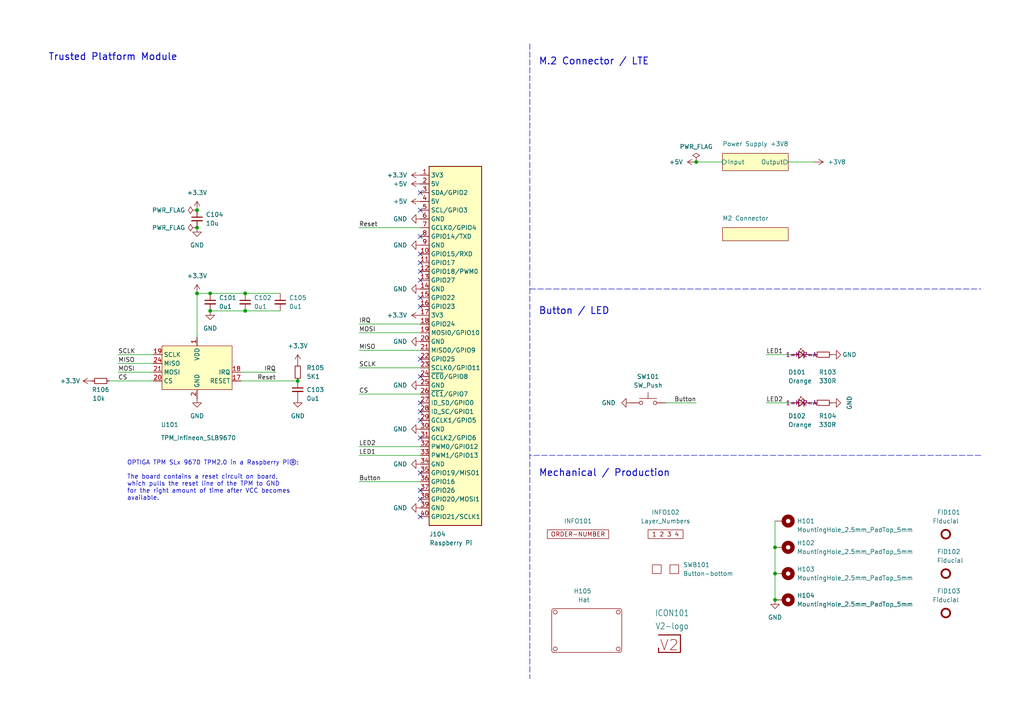
<source format=kicad_sch>
(kicad_sch (version 20250114) (generator "eeschema") (generator_version "9.0")
  (paper "A4")
  (title_block (title "Raspberry Pi 5") (date "2024-03-12") (rev "3") (company "WebThing") (comment 1 "Trusted Platform Module"))
  (lib_symbols
    (symbol "Device:C_Small" (pin_numbers (hide yes)) (pin_names (offset 0.254) (hide yes))
      (property "Reference" "C" (at 0.254 1.778 0))
      (property "Value" "C_Small" (at 0.254 -2.032 0))
      (symbol "C_Small_0_1"
        (polyline (pts (xy -1.524 0.508) (xy 1.524 0.508)) (stroke (width 0.3048)))
        (polyline (pts (xy -1.524 -0.508) (xy 1.524 -0.508)) (stroke (width 0.3302)))
      )
      (symbol "C_Small_1_1"
        (pin passive line (at 0 2.54 270) (length 2.032) (name "~") (number "1"))
        (pin passive line (at 0 -2.54 90) (length 2.032) (name "~") (number "2"))
      )
    )
    (symbol "Device:LED_Small" (pin_numbers (hide yes)) (pin_names (offset 0.254) (hide yes))
      (property "Reference" "D" (at -1.27 3.175 0))
      (property "Value" "LED_Small" (at -4.445 -2.54 0))
      (symbol "LED_Small_0_1"
        (polyline (pts (xy -0.762 -1.016) (xy -0.762 1.016)) (stroke (width 0.254)))
        (polyline (pts (xy 0 0.762) (xy -0.508 1.27) (xy -0.254 1.27) (xy -0.508 1.27) (xy -0.508 1.016)))
        (polyline (pts (xy 0.508 1.27) (xy 0 1.778) (xy 0.254 1.778) (xy 0 1.778) (xy 0 1.524)))
        (polyline (pts (xy 0.762 -1.016) (xy -0.762 0) (xy 0.762 1.016) (xy 0.762 -1.016)) (stroke (width 0.254)))
        (polyline (pts (xy 1.016 0) (xy -0.762 0)))
      )
      (symbol "LED_Small_1_1"
        (pin passive line (at -2.54 0 0) (length 1.778) (name "K") (number "1"))
        (pin passive line (at 2.54 0 180) (length 1.778) (name "A") (number "2"))
      )
    )
    (symbol "Device:R_Small" (pin_numbers (hide yes)) (pin_names (offset 0.254) (hide yes))
      (property "Reference" "R" (at 0 0 90))
      (property "Value" "R_Small" (at 1.778 0 90))
      (symbol "R_Small_0_1"
        (rectangle (start -0.762 1.778) (end 0.762 -1.778) (stroke (width 0.2032)))
      )
      (symbol "R_Small_1_1"
        (pin passive line (at 0 2.54 270) (length 0.762) (name "~") (number "1"))
        (pin passive line (at 0 -2.54 90) (length 0.762) (name "~") (number "2"))
      )
    )
    (symbol "Switch:SW_Push" (pin_numbers (hide yes)) (pin_names (offset 1.016) (hide yes))
      (property "Reference" "SW" (at 1.27 2.54 0))
      (property "Value" "SW_Push" (at 0 -1.524 0))
      (symbol "SW_Push_0_1"
        (circle (center -2.032 0) (radius 0.508))
        (polyline (pts (xy 0 1.27) (xy 0 3.048)))
        (circle (center 2.032 0) (radius 0.508))
        (polyline (pts (xy 2.54 1.27) (xy -2.54 1.27)))
        (pin passive line (at -5.08 0 0) (length 2.54) (name "1") (number "1"))
        (pin passive line (at 5.08 0 180) (length 2.54) (name "2") (number "2"))
      )
    )
    (symbol "V2_Artwork:V2-logo" (in_bom no)
      (property "Reference" "ICON" (at -3.302 3.81 0))
      (symbol "V2-logo_1_0"
        (polyline (pts (xy -3.302 2.54) (xy 3.048 2.54) (xy 3.048 -2.54) (xy -3.302 -2.54) (xy -3.302 -1.27)) (stroke (width 0.3)))
        (text "V2" (at -0.2055 -0.4053 0) (effects (font (size 3 3))))
      )
    )
    (symbol "V2_Mechanical:Fiducial_Paste" (in_bom no)
      (property "Reference" "FID" (at 0 5.08 0))
      (property "Value" "Fiducial_Paste" (at 0 3.175 0))
      (symbol "Fiducial_Paste_0_1"
        (circle (center 0 0) (radius 1.27) (stroke (width 0.508)))
      )
    )
    (symbol "V2_Mechanical:MountingHole_2.5mm_PadTop_5mm" (pin_numbers (hide yes)) (pin_names (offset 1.016) (hide yes)) (in_bom no)
      (property "Reference" "H" (at 0 6.35 0))
      (property "Value" "MountingHole_2.5mm_PadTop_5mm" (at 0 4.445 0))
      (symbol "MountingHole_2.5mm_PadTop_5mm_0_1"
        (circle (center 0 1.27) (radius 1.27) (stroke (width 1.27)))
      )
      (symbol "MountingHole_2.5mm_PadTop_5mm_1_1"
        (pin input line (at 0 -2.54 90) (length 2.54) (name "1") (number "1"))
      )
    )
    (symbol "V2_PCB_Devices:Button-bottom" (in_bom no)
      (property "Reference" "SWB1" (at -2.54 3.81 0))
      (property "Value" "Button-bottom" (at -6.35 -3.81 0))
      (symbol "Button-bottom_0_1"
        (rectangle (start -3.81 1.27) (end -1.27 -1.27))
        (rectangle (start 1.27 1.27) (end 3.81 -1.27))
      )
    )
    (symbol "V2_Production:Layer_Numbers" (in_bom no)
      (property "Reference" "INFO" (at 0 3.81 0))
      (property "Value" "Layer_Numbers" (at 0 -3.81 0))
      (symbol "Layer_Numbers_0_0"
        (text "1 2 3 4" (at 0 0 0) (effects (font (size 1.27 1.27))))
      )
      (symbol "Layer_Numbers_0_1"
        (rectangle (start -5.08 1.27) (end 5.08 -1.27))
      )
    )
    (symbol "V2_Production:Order_Number" (in_bom no)
      (property "Reference" "INFO" (at 0 2.54 0))
      (symbol "Order_Number_0_0"
        (text "ORDER-NUMBER" (at 0 0 0) (effects (font (size 1.27 1.27))))
      )
      (symbol "Order_Number_0_1"
        (rectangle (start -8.89 1.27) (end 8.89 -1.27))
      )
    )
    (symbol "V2_RaspberryPi:Connector_Hat"
      (property "Reference" "J" (at -6.35 -55.88 0))
      (symbol "Connector_Hat_1_1"
        (rectangle (start -7.62 50.8) (end 7.62 -53.34) (stroke (width 0.254)) (fill (type background)))
        (pin power_in line (at -10.16 48.26 0) (length 2.54) (name "3V3") (number "1"))
        (pin power_in line (at -10.16 45.72 0) (length 2.54) (name "5V") (number "2"))
        (pin bidirectional line (at -10.16 43.18 0) (length 2.54) (name "SDA/GPIO2") (number "3"))
        (pin power_in line (at -10.16 40.64 0) (length 2.54) (name "5V") (number "4"))
        (pin bidirectional line (at -10.16 38.1 0) (length 2.54) (name "SCL/GPIO3") (number "5"))
        (pin power_in line (at -10.16 35.56 0) (length 2.54) (name "GND") (number "6"))
        (pin bidirectional line (at -10.16 33.02 0) (length 2.54) (name "GCLK0/GPIO4") (number "7"))
        (pin bidirectional line (at -10.16 30.48 0) (length 2.54) (name "GPIO14/TXD") (number "8"))
        (pin power_in line (at -10.16 27.94 0) (length 2.54) (name "GND") (number "9"))
        (pin bidirectional line (at -10.16 25.4 0) (length 2.54) (name "GPIO15/RXD") (number "10"))
        (pin bidirectional line (at -10.16 22.86 0) (length 2.54) (name "GPIO17") (number "11"))
        (pin bidirectional line (at -10.16 20.32 0) (length 2.54) (name "GPIO18/PWM0") (number "12"))
        (pin bidirectional line (at -10.16 17.78 0) (length 2.54) (name "GPIO27") (number "13"))
        (pin power_in line (at -10.16 15.24 0) (length 2.54) (name "GND") (number "14"))
        (pin bidirectional line (at -10.16 12.7 0) (length 2.54) (name "GPIO22") (number "15"))
        (pin bidirectional line (at -10.16 10.16 0) (length 2.54) (name "GPIO23") (number "16"))
        (pin power_in line (at -10.16 7.62 0) (length 2.54) (name "3V3") (number "17"))
        (pin bidirectional line (at -10.16 5.08 0) (length 2.54) (name "GPIO24") (number "18"))
        (pin bidirectional line (at -10.16 2.54 0) (length 2.54) (name "MOSI0/GPIO10") (number "19"))
        (pin power_in line (at -10.16 0 0) (length 2.54) (name "GND") (number "20"))
        (pin bidirectional line (at -10.16 -2.54 0) (length 2.54) (name "MISO0/GPIO9") (number "21"))
        (pin bidirectional line (at -10.16 -5.08 0) (length 2.54) (name "GPIO25") (number "22"))
        (pin bidirectional line (at -10.16 -7.62 0) (length 2.54) (name "SCLK0/GPIO11") (number "23"))
        (pin bidirectional line (at -10.16 -10.16 0) (length 2.54) (name "~{CE0}/GPIO8") (number "24"))
        (pin power_in line (at -10.16 -12.7 0) (length 2.54) (name "GND") (number "25"))
        (pin bidirectional line (at -10.16 -15.24 0) (length 2.54) (name "~{CE1}/GPIO7") (number "26"))
        (pin bidirectional line (at -10.16 -17.78 0) (length 2.54) (name "ID_SD/GPIO0") (number "27"))
        (pin bidirectional line (at -10.16 -20.32 0) (length 2.54) (name "ID_SC/GPIO1") (number "28"))
        (pin bidirectional line (at -10.16 -22.86 0) (length 2.54) (name "GCLK1/GPIO5") (number "29"))
        (pin power_in line (at -10.16 -25.4 0) (length 2.54) (name "GND") (number "30"))
        (pin bidirectional line (at -10.16 -27.94 0) (length 2.54) (name "GCLK2/GPIO6") (number "31"))
        (pin bidirectional line (at -10.16 -30.48 0) (length 2.54) (name "PWM0/GPIO12") (number "32"))
        (pin bidirectional line (at -10.16 -33.02 0) (length 2.54) (name "PWM1/GPIO13") (number "33"))
        (pin power_in line (at -10.16 -35.56 0) (length 2.54) (name "GND") (number "34"))
        (pin bidirectional line (at -10.16 -38.1 0) (length 2.54) (name "GPIO19/MISO1") (number "35"))
        (pin bidirectional line (at -10.16 -40.64 0) (length 2.54) (name "GPIO16") (number "36"))
        (pin bidirectional line (at -10.16 -43.18 0) (length 2.54) (name "GPIO26") (number "37"))
        (pin bidirectional line (at -10.16 -45.72 0) (length 2.54) (name "GPIO20/MOSI1") (number "38"))
        (pin power_in line (at -10.16 -48.26 0) (length 2.54) (name "GND") (number "39"))
        (pin bidirectional line (at -10.16 -50.8 0) (length 2.54) (name "GPIO21/SCLK1") (number "40"))
      )
    )
    (symbol "V2_RaspberryPi:Hat" (in_bom no)
      (property "Reference" "H" (at -0.635 -3.81 0))
      (property "Value" "Hat" (at -1.905 -6.35 0))
      (symbol "Hat_0_1"
        (polyline (pts (xy -10.16 9.525) (xy -10.16 -1.905)))
        (polyline (pts (xy -9.525 10.16) (xy 9.525 10.16)))
        (polyline (pts (xy -9.525 -2.54) (xy 9.525 -2.54)))
        (arc (start -10.16 9.525) (mid -9.9726 9.9726) (end -9.525 10.16))
        (arc (start -9.525 -2.54) (mid -9.9726 -2.3526) (end -10.16 -1.905))
        (circle (center -9.144 9.144) (radius 0.568))
        (circle (center -9.144 -1.524) (radius 0.568))
        (circle (center 9.144 9.144) (radius 0.568))
        (circle (center 9.144 -1.524) (radius 0.568))
        (arc (start 10.16 -1.905) (mid 9.9697 -2.3497) (end 9.525 -2.54))
        (arc (start 9.525 10.16) (mid 9.9726 9.9726) (end 10.16 9.525))
        (polyline (pts (xy 10.16 9.525) (xy 10.16 -1.905)))
      )
    )
    (symbol "V2_Security:TPM_Infineon_SLB9670"
      (property "Reference" "U" (at 3.7592 -9.1948 0))
      (property "Value" "TPM_Infineon_SLB9670" (at 13.8684 -11.2268 0))
      (symbol "TPM_Infineon_SLB9670_0_1"
        (rectangle (start -10.16 5.08) (end 10.16 -7.62) (fill (type background)))
      )
      (symbol "TPM_Infineon_SLB9670_1_1"
        (pin bidirectional line (at -12.7 2.54 0) (length 2.54) (name "SCLK") (number "19"))
        (pin bidirectional line (at -12.7 0 0) (length 2.54) (name "MISO") (number "24"))
        (pin bidirectional line (at -12.7 -2.54 0) (length 2.54) (name "MOSI") (number "21"))
        (pin bidirectional line (at -12.7 -5.08 0) (length 2.54) (name "CS") (number "20"))
        (pin power_in line (at 0 7.62 270) (length 2.54) (name "VDD") (number "1"))
        (pin passive line (at 0 7.62 270) (length 2.54) (hide yes) (name "VDD") (number "14"))
        (pin passive line (at 0 7.62 270) (length 2.54) (hide yes) (name "VDD") (number "22"))
        (pin passive line (at 0 7.62 270) (length 2.54) (hide yes) (name "VDD") (number "8"))
        (pin passive line (at 0 -10.16 90) (length 2.54) (hide yes) (name "GND") (number "16"))
        (pin power_in line (at 0 -10.16 90) (length 2.54) (name "GND") (number "2"))
        (pin passive line (at 0 -10.16 90) (length 2.54) (hide yes) (name "GND") (number "23"))
        (pin passive line (at 0 -10.16 90) (length 2.54) (hide yes) (name "GND") (number "32"))
        (pin passive line (at 0 -10.16 90) (length 2.54) (hide yes) (name "GND") (number "33"))
        (pin passive line (at 0 -10.16 90) (length 2.54) (hide yes) (name "GND") (number "9"))
        (pin no_connect line (at 0 -35.56 180) (length 2.54) (hide yes) (name "") (number "3"))
        (pin no_connect line (at 0 -38.1 180) (length 2.54) (hide yes) (name "") (number "4"))
        (pin no_connect line (at 0 -40.64 180) (length 2.54) (hide yes) (name "") (number "5"))
        (pin no_connect line (at 0 -43.18 180) (length 2.54) (hide yes) (name "") (number "6"))
        (pin no_connect line (at 0 -45.72 180) (length 2.54) (hide yes) (name "") (number "7"))
        (pin no_connect line (at 0 -48.26 180) (length 2.54) (hide yes) (name "") (number "10"))
        (pin no_connect line (at 0 -50.8 180) (length 2.54) (hide yes) (name "") (number "11"))
        (pin no_connect line (at 0 -53.34 180) (length 2.54) (hide yes) (name "") (number "12"))
        (pin no_connect line (at 0 -55.88 180) (length 2.54) (hide yes) (name "") (number "13"))
        (pin no_connect line (at 0 -58.42 180) (length 2.54) (hide yes) (name "") (number "15"))
        (pin no_connect line (at 0 -60.96 180) (length 2.54) (hide yes) (name "") (number "25"))
        (pin no_connect line (at 0 -63.5 180) (length 2.54) (hide yes) (name "") (number "26"))
        (pin no_connect line (at 0 -66.04 180) (length 2.54) (hide yes) (name "") (number "27"))
        (pin no_connect line (at 0 -68.58 180) (length 2.54) (hide yes) (name "") (number "28"))
        (pin no_connect line (at 0 -71.12 180) (length 2.54) (hide yes) (name "") (number "29"))
        (pin no_connect line (at 0 -73.66 180) (length 2.54) (hide yes) (name "") (number "30"))
        (pin no_connect line (at 0 -76.2 180) (length 2.54) (hide yes) (name "") (number "31"))
        (pin bidirectional line (at 12.7 -2.54 180) (length 2.54) (name "IRQ") (number "18"))
        (pin bidirectional line (at 12.7 -5.08 180) (length 2.54) (name "RESET") (number "17"))
      )
    )
    (symbol "power:+3.3V" (power) (pin_numbers (hide yes)) (pin_names (offset 0) (hide yes))
      (property "Value" "+3.3V" (at 0 3.556 0))
      (symbol "+3.3V_0_1"
        (polyline (pts (xy -0.762 1.27) (xy 0 2.54)))
        (polyline (pts (xy 0 2.54) (xy 0.762 1.27)))
        (polyline (pts (xy 0 0) (xy 0 2.54)))
      )
      (symbol "+3.3V_1_1"
        (pin power_in line (at 0 0 90) (length 0) (name "~") (number "1"))
      )
    )
    (symbol "power:+3V8" (power) (pin_numbers (hide yes)) (pin_names (offset 0) (hide yes))
      (property "Value" "+3V8" (at 0 3.556 0))
      (symbol "+3V8_0_1"
        (polyline (pts (xy -0.762 1.27) (xy 0 2.54)))
        (polyline (pts (xy 0 2.54) (xy 0.762 1.27)))
        (polyline (pts (xy 0 0) (xy 0 2.54)))
      )
      (symbol "+3V8_1_1"
        (pin power_in line (at 0 0 90) (length 0) (name "~") (number "1"))
      )
    )
    (symbol "power:+5V" (power) (pin_numbers (hide yes)) (pin_names (offset 0) (hide yes))
      (property "Value" "+5V" (at 0 3.556 0))
      (symbol "+5V_0_1"
        (polyline (pts (xy -0.762 1.27) (xy 0 2.54)))
        (polyline (pts (xy 0 2.54) (xy 0.762 1.27)))
        (polyline (pts (xy 0 0) (xy 0 2.54)))
      )
      (symbol "+5V_1_1"
        (pin power_in line (at 0 0 90) (length 0) (name "~") (number "1"))
      )
    )
    (symbol "power:GND" (power) (pin_numbers (hide yes)) (pin_names (offset 0) (hide yes))
      (property "Value" "GND" (at 0 -3.81 0))
      (symbol "GND_0_1"
        (polyline (pts (xy 0 0) (xy 0 -1.27) (xy 1.27 -1.27) (xy 0 -2.54) (xy -1.27 -1.27) (xy 0 -1.27)))
      )
      (symbol "GND_1_1"
        (pin power_in line (at 0 0 270) (length 0) (name "~") (number "1"))
      )
    )
    (symbol "power:PWR_FLAG" (power) (pin_numbers (hide yes)) (pin_names (offset 0) (hide yes))
      (property "Value" "PWR_FLAG" (at 0 3.81 0))
      (symbol "PWR_FLAG_0_0"
        (pin power_out line (at 0 0 90) (length 0) (name "~") (number "1"))
      )
      (symbol "PWR_FLAG_0_1"
        (polyline (pts (xy 0 0) (xy 0 1.27) (xy -1.016 1.905) (xy 0 2.54) (xy 1.016 1.905) (xy 0 1.27)))
      )
    )
  )
  (text "Button / LED" (at 156.21 91.44 0) (effects (font (size 2 2) (thickness 0.254) (bold yes)) (justify left bottom)))
  (text "Trusted Platform Module" (at 13.97 17.78 0) (effects (font (size 2 2) (thickness 0.254) (bold yes)) (justify left bottom)))
  (text "Mechanical / Production" (at 156.21 138.43 0) (effects (font (size 2 2) (thickness 0.254) (bold yes)) (justify left bottom)))
  (text "OPTIGA TPM SLx 9670 TPM2.0 in a Raspberry Pi®:\n\nThe board contains a reset circuit on board,\nwhich pulls the reset line of the TPM to GND\nfor the right amount of time after VCC becomes\navailable.\n\n" (at 36.83 147.32 0) (effects (font (size 1.27 1.27)) (justify left bottom)))
  (text "M.2 Connector / LTE" (at 156.21 19.05 0) (effects (font (size 2 2) (thickness 0.254) (bold yes)) (justify left bottom)))
  (junction (at 201.93 46.99))
  (junction (at 71.12 85.09))
  (junction (at 224.79 173.99))
  (junction (at 57.15 85.09))
  (junction (at 224.79 166.37))
  (junction (at 86.36 110.49))
  (junction (at 57.15 66.04))
  (junction (at 60.96 85.09))
  (junction (at 57.15 60.96))
  (junction (at 71.12 90.17))
  (junction (at 60.96 90.17))
  (junction (at 224.79 158.75))
  (no_connect (at 121.92 127))
  (no_connect (at 121.92 86.36))
  (no_connect (at 121.92 68.58))
  (no_connect (at 121.92 119.38))
  (no_connect (at 121.92 78.74))
  (no_connect (at 121.92 60.96))
  (no_connect (at 121.92 149.86))
  (no_connect (at 121.92 116.84))
  (no_connect (at 121.92 144.78))
  (no_connect (at 121.92 109.22))
  (no_connect (at 121.92 142.24))
  (no_connect (at 121.92 88.9))
  (no_connect (at 121.92 76.2))
  (no_connect (at 121.92 55.88))
  (no_connect (at 121.92 104.14))
  (no_connect (at 121.92 81.28))
  (no_connect (at 121.92 121.92))
  (no_connect (at 121.92 137.16))
  (no_connect (at 121.92 73.66))
  (wire (pts (xy 193.04 116.84) (xy 201.93 116.84)))
  (wire (pts (xy 201.93 46.99) (xy 209.55 46.99)))
  (wire (pts (xy 69.85 110.49) (xy 86.36 110.49)))
  (wire (pts (xy 104.14 106.68) (xy 121.92 106.68)))
  (wire (pts (xy 57.15 85.09) (xy 57.15 97.79)))
  (wire (pts (xy 224.79 166.37) (xy 224.79 173.99)))
  (wire (pts (xy 104.14 96.52) (xy 121.92 96.52)))
  (wire (pts (xy 104.14 101.6) (xy 121.92 101.6)))
  (wire (pts (xy 71.12 90.17) (xy 81.28 90.17)))
  (polyline (pts (xy 284.48 132.08) (xy 153.67 132.08)) (stroke (width 0) (type dash)))
  (wire (pts (xy 121.92 66.04) (xy 104.14 66.04)))
  (polyline (pts (xy 153.67 12.7) (xy 153.67 196.85)) (stroke (width 0) (type dash)))
  (polyline (pts (xy 153.67 83.82) (xy 284.48 83.82)) (stroke (width 0) (type dash)))
  (wire (pts (xy 69.85 107.95) (xy 80.01 107.95)))
  (wire (pts (xy 104.14 132.08) (xy 121.92 132.08)))
  (wire (pts (xy 234.95 102.87) (xy 236.22 102.87)))
  (wire (pts (xy 104.14 114.3) (xy 121.92 114.3)))
  (wire (pts (xy 57.15 85.09) (xy 60.96 85.09)))
  (wire (pts (xy 222.25 116.84) (xy 229.87 116.84)))
  (wire (pts (xy 31.75 110.49) (xy 44.45 110.49)))
  (wire (pts (xy 34.29 107.95) (xy 44.45 107.95)))
  (wire (pts (xy 71.12 85.09) (xy 81.28 85.09)))
  (wire (pts (xy 60.96 90.17) (xy 71.12 90.17)))
  (wire (pts (xy 121.92 139.7) (xy 104.14 139.7)))
  (wire (pts (xy 224.79 151.13) (xy 224.79 158.75)))
  (wire (pts (xy 229.87 102.87) (xy 222.25 102.87)))
  (wire (pts (xy 228.6 46.99) (xy 236.22 46.99)))
  (wire (pts (xy 234.95 116.84) (xy 236.22 116.84)))
  (wire (pts (xy 60.96 85.09) (xy 71.12 85.09)))
  (wire (pts (xy 34.29 105.41) (xy 44.45 105.41)))
  (wire (pts (xy 104.14 93.98) (xy 121.92 93.98)))
  (wire (pts (xy 104.14 129.54) (xy 121.92 129.54)))
  (wire (pts (xy 34.29 102.87) (xy 44.45 102.87)))
  (wire (pts (xy 224.79 158.75) (xy 224.79 166.37)))
  (label "LED1" (at 104.14 132.08 0))
  (label "SCLK" (at 104.14 106.68 0))
  (label "Reset" (at 80.01 110.49 180))
  (label "IRQ" (at 80.01 107.95 180))
  (label "Button" (at 104.14 139.7 0))
  (label "MISO" (at 104.14 101.6 0))
  (label "Button" (at 201.93 116.84 180))
  (label "LED2" (at 222.25 116.84 0))
  (label "Reset" (at 104.14 66.04 0))
  (label "LED2" (at 104.14 129.54 0))
  (label "MOSI" (at 104.14 96.52 0))
  (label "CS" (at 104.14 114.3 0))
  (label "MISO" (at 34.29 105.41 0))
  (label "LED1" (at 222.25 102.87 0))
  (label "IRQ" (at 104.14 93.98 0))
  (label "CS" (at 34.29 110.49 0))
  (label "SCLK" (at 34.29 102.87 0))
  (label "MOSI" (at 34.29 107.95 0))
  (symbol (lib_id "V2_RaspberryPi:Hat") (at 170.18 186.69 0) (unit 1) (in_bom no)
    (property "Reference" "H105" (at 166.37 171.45 0) (effects (justify left)))
    (property "Value" "Hat" (at 167.64 173.99 0) (effects (justify left)))
    (property "Footprint" "V2_RaspberryPi:Hat" (effects (hide yes)))
    (property "Sim.Enable" "0" (at 170.18 182.88 0))
  )
  (symbol (lib_id "V2_Mechanical:Fiducial_Paste") (at 274.32 166.37 0) (unit 1) (in_bom no)
    (property "Reference" "FID102" (at 271.78 160.02 0) (effects (justify left)))
    (property "Value" "Fiducial" (at 275.59 162.56 0))
    (property "Footprint" "V2_Fiducial:Fiducial_0.5mm_Mask1mm_Paste" (effects (hide yes)))
    (property "Description" "Fiducial Marker" (effects (hide yes)))
    (property "Sim.Enable" "0" (at 274.32 166.37 0))
  )
  (symbol (lib_id "power:GND") (at 121.92 71.12 270) (unit 1)
    (property "Reference" "#PWR0127" (effects (hide yes)))
    (property "Value" "GND" (at 118.11 71.12 90) (effects (justify right)))
    (property "Description" "Power symbol creates a global label with name \"GND\" , ground" (effects (hide yes)))
  )
  (symbol (lib_id "power:+5V") (at 201.93 46.99 90) (unit 1)
    (property "Reference" "#PWR0130" (effects (hide yes)))
    (property "Value" "+5V" (at 198.12 46.99 90) (effects (justify left)))
    (property "Description" "Power symbol creates a global label with name \"+5V\"" (effects (hide yes)))
  )
  (symbol (lib_id "power:+3V8") (at 236.22 46.99 270) (unit 1)
    (property "Reference" "#PWR0119" (effects (hide yes)))
    (property "Value" "+3V8" (at 240.03 46.99 90) (effects (justify left)))
    (property "Description" "Power symbol creates a global label with name \"+3V8\"" (effects (hide yes)))
  )
  (symbol (lib_id "power:+5V") (at 121.92 53.34 90) (unit 1)
    (property "Reference" "#PWR0101" (effects (hide yes)))
    (property "Value" "+5V" (at 118.11 53.34 90) (effects (justify left)))
    (property "Description" "Power symbol creates a global label with name \"+5V\"" (effects (hide yes)))
  )
  (symbol (lib_id "power:+3.3V") (at 121.92 50.8 90) (unit 1)
    (property "Reference" "#PWR0114" (effects (hide yes)))
    (property "Value" "+3.3V" (at 118.11 50.8 90) (effects (justify left)))
    (property "Description" "Power symbol creates a global label with name \"+3.3V\"" (effects (hide yes)))
  )
  (symbol (lib_id "power:GND") (at 241.3 102.87 90) (unit 1)
    (property "Reference" "#PWR0109" (effects (hide yes)))
    (property "Value" "GND" (at 246.38 102.87 90))
    (property "Description" "Power symbol creates a global label with name \"GND\" , ground" (effects (hide yes)))
  )
  (symbol (lib_id "power:+3.3V") (at 57.15 60.96 0) (unit 1)
    (property "Reference" "#PWR0103" (effects (hide yes)))
    (property "Value" "+3.3V" (at 57.15 55.88 0))
    (property "Description" "Power symbol creates a global label with name \"+3.3V\"" (effects (hide yes)))
  )
  (symbol (lib_id "V2_Mechanical:MountingHole_2.5mm_PadTop_5mm") (at 227.33 158.75 270) (unit 1) (in_bom no)
    (property "Reference" "H102" (at 231.14 157.48 90) (effects (justify left)))
    (property "Value" "MountingHole_2.5mm_PadTop_5mm" (at 231.14 160.02 90) (effects (justify left)))
    (property "Footprint" "V2_Mechanical:MountingHole_2.5mm_PadTop_5mm" (effects (hide yes)))
    (property "Description" "Mounting Hole with connection" (effects (hide yes)))
    (property "Sim.Enable" "0" (at 227.33 158.75 0))
  )
  (symbol (lib_id "Device:LED_Small") (at 232.41 116.84 0) (mirror y) (unit 1)
    (property "Reference" "D102" (at 228.6 120.65 0) (effects (justify right)))
    (property "Value" "Orange" (at 228.6 123.19 0) (effects (justify right)))
    (property "Footprint" "LED_SMD:LED_0603_1608Metric" (effects (hide yes)))
    (property "Description" "Light emitting diode, small symbol" (effects (hide yes)))
    (property "Sim.Pin" "1=K 2=A" (at 232.41 116.84 0))
  )
  (symbol (lib_id "power:GND") (at 121.92 134.62 270) (unit 1)
    (property "Reference" "#PWR0125" (effects (hide yes)))
    (property "Value" "GND" (at 118.11 134.62 90) (effects (justify right)))
    (property "Description" "Power symbol creates a global label with name \"GND\" , ground" (effects (hide yes)))
  )
  (symbol (lib_id "Device:R_Small") (at 86.36 107.95 180) (unit 1)
    (property "Reference" "R105" (at 88.9 106.6801 0) (effects (justify right)))
    (property "Value" "5K1" (at 88.9 109.2201 0) (effects (justify right)))
    (property "Footprint" "Resistor_SMD:R_0603_1608Metric" (effects (hide yes)))
    (property "Description" "Resistor, small symbol" (effects (hide yes)))
  )
  (symbol (lib_id "Switch:SW_Push") (at 187.96 116.84 0) (unit 1)
    (property "Reference" "SW101" (at 187.96 109.22 0))
    (property "Value" "SW_Push" (at 187.96 111.76 0))
    (property "Footprint" "V2_Button_Switch_SMD:SKSG" (effects (hide yes)))
    (property "Description" "Push button switch, generic, two pins" (effects (hide yes)))
  )
  (symbol (lib_id "Device:R_Small") (at 238.76 102.87 90) (unit 1)
    (property "Reference" "R103" (at 237.49 107.95 90) (effects (justify right)))
    (property "Value" "330R" (at 237.49 110.49 90) (effects (justify right)))
    (property "Footprint" "Resistor_SMD:R_0603_1608Metric" (effects (hide yes)))
    (property "Description" "Resistor, small symbol" (effects (hide yes)))
  )
  (symbol (lib_id "power:+3.3V") (at 57.15 85.09 0) (unit 1)
    (property "Reference" "#PWR0113" (effects (hide yes)))
    (property "Value" "+3.3V" (at 57.15 80.01 0))
    (property "Description" "Power symbol creates a global label with name \"+3.3V\"" (effects (hide yes)))
  )
  (symbol (lib_id "Device:LED_Small") (at 232.41 102.87 0) (mirror y) (unit 1)
    (property "Reference" "D101" (at 228.6 107.95 0) (effects (justify right)))
    (property "Value" "Orange" (at 228.6 110.49 0) (effects (justify right)))
    (property "Footprint" "LED_SMD:LED_0603_1608Metric" (effects (hide yes)))
    (property "Description" "Light emitting diode, small symbol" (effects (hide yes)))
    (property "Sim.Pin" "1=K 2=A" (at 232.41 102.87 0))
  )
  (symbol (lib_id "power:PWR_FLAG") (at 57.15 60.96 90) (unit 1)
    (property "Reference" "#FLG0104" (effects (hide yes)))
    (property "Value" "PWR_FLAG" (at 48.895 60.96 90))
    (property "Description" "Special symbol for telling ERC where power comes from" (effects (hide yes)))
  )
  (symbol (lib_id "V2_Mechanical:Fiducial_Paste") (at 274.32 177.8 0) (unit 1) (in_bom no)
    (property "Reference" "FID103" (at 271.78 171.45 0) (effects (justify left)))
    (property "Value" "Fiducial" (at 274.32 173.99 0))
    (property "Footprint" "V2_Fiducial:Fiducial_0.5mm_Mask1mm_Paste" (effects (hide yes)))
    (property "Description" "Fiducial Marker" (effects (hide yes)))
    (property "Sim.Enable" "0" (at 274.32 177.8 0))
  )
  (symbol (lib_id "power:PWR_FLAG") (at 57.15 66.04 90) (unit 1)
    (property "Reference" "#FLG0102" (effects (hide yes)))
    (property "Value" "PWR_FLAG" (at 48.895 66.04 90))
    (property "Description" "Special symbol for telling ERC where power comes from" (effects (hide yes)))
  )
  (symbol (lib_id "power:GND") (at 241.3 116.84 90) (unit 1)
    (property "Reference" "#PWR0111" (effects (hide yes)))
    (property "Value" "GND" (at 246.38 116.84 0))
    (property "Description" "Power symbol creates a global label with name \"GND\" , ground" (effects (hide yes)))
  )
  (symbol (lib_id "power:+3.3V") (at 86.36 105.41 0) (unit 1)
    (property "Reference" "#PWR0116" (effects (hide yes)))
    (property "Value" "+3.3V" (at 86.36 100.33 0))
    (property "Description" "Power symbol creates a global label with name \"+3.3V\"" (effects (hide yes)))
  )
  (symbol (lib_id "power:GND") (at 60.96 90.17 0) (unit 1)
    (property "Reference" "#PWR0117" (effects (hide yes)))
    (property "Value" "GND" (at 60.96 95.25 0))
    (property "Description" "Power symbol creates a global label with name \"GND\" , ground" (effects (hide yes)))
  )
  (symbol (lib_id "Device:C_Small") (at 60.96 87.63 0) (unit 1)
    (property "Reference" "C101" (at 63.5 86.3662 0) (effects (justify left)))
    (property "Value" "0u1" (at 63.5 88.9062 0) (effects (justify left)))
    (property "Footprint" "Capacitor_SMD:C_0603_1608Metric" (effects (hide yes)))
    (property "Description" "Unpolarized capacitor, small symbol" (effects (hide yes)))
  )
  (symbol (lib_id "power:GND") (at 121.92 83.82 270) (unit 1)
    (property "Reference" "#PWR0120" (effects (hide yes)))
    (property "Value" "GND" (at 118.11 83.82 90) (effects (justify right)))
    (property "Description" "Power symbol creates a global label with name \"GND\" , ground" (effects (hide yes)))
  )
  (symbol (lib_id "power:+5V") (at 121.92 58.42 90) (unit 1)
    (property "Reference" "#PWR0106" (effects (hide yes)))
    (property "Value" "+5V" (at 118.11 58.42 90) (effects (justify left)))
    (property "Description" "Power symbol creates a global label with name \"+5V\"" (effects (hide yes)))
  )
  (symbol (lib_id "power:GND") (at 121.92 99.06 270) (unit 1)
    (property "Reference" "#PWR0122" (effects (hide yes)))
    (property "Value" "GND" (at 118.11 99.06 90) (effects (justify right)))
    (property "Description" "Power symbol creates a global label with name \"GND\" , ground" (effects (hide yes)))
  )
  (symbol (lib_id "V2_Mechanical:Fiducial_Paste") (at 274.32 154.94 0) (unit 1) (in_bom no)
    (property "Reference" "FID101" (at 271.78 148.59 0) (effects (justify left)))
    (property "Value" "Fiducial" (at 274.32 151.13 0))
    (property "Footprint" "V2_Fiducial:Fiducial_0.5mm_Mask1mm_Paste" (effects (hide yes)))
    (property "Description" "Fiducial Marker" (effects (hide yes)))
    (property "Sim.Enable" "0" (at 274.32 154.94 0))
  )
  (symbol (lib_id "V2_Production:Order_Number") (at 167.64 154.94 0) (unit 1) (in_bom no)
    (property "Reference" "INFO101" (at 167.64 151.13 0))
    (property "Value" "ORDER-NUMBER" (effects (hide yes)))
    (property "Footprint" "V2_Production:Order_Number" (effects (hide yes)))
    (property "Sim.Enable" "0" (at 167.64 154.94 0))
  )
  (symbol (lib_id "power:GND") (at 121.92 147.32 270) (unit 1)
    (property "Reference" "#PWR0126" (effects (hide yes)))
    (property "Value" "GND" (at 118.11 147.32 90) (effects (justify right)))
    (property "Description" "Power symbol creates a global label with name \"GND\" , ground" (effects (hide yes)))
  )
  (symbol (lib_id "power:PWR_FLAG") (at 201.93 46.99 0) (unit 1)
    (property "Reference" "#FLG0101" (effects (hide yes)))
    (property "Value" "PWR_FLAG" (at 201.93 42.545 0))
    (property "Description" "Special symbol for telling ERC where power comes from" (effects (hide yes)))
  )
  (symbol (lib_id "V2_Mechanical:MountingHole_2.5mm_PadTop_5mm") (at 227.33 173.99 270) (unit 1) (in_bom no)
    (property "Reference" "H104" (at 231.14 172.72 90) (effects (justify left)))
    (property "Value" "MountingHole_2.5mm_PadTop_5mm" (at 231.14 175.26 90) (effects (justify left)))
    (property "Footprint" "V2_Mechanical:MountingHole_2.5mm_PadTop_5mm" (effects (hide yes)))
    (property "Description" "Mounting Hole with connection" (effects (hide yes)))
    (property "Sim.Enable" "0" (at 227.33 173.99 0))
  )
  (symbol (lib_id "power:GND") (at 182.88 116.84 270) (unit 1)
    (property "Reference" "#PWR0110" (effects (hide yes)))
    (property "Value" "GND" (at 176.53 116.84 90))
    (property "Description" "Power symbol creates a global label with name \"GND\" , ground" (effects (hide yes)))
  )
  (symbol (lib_id "Device:C_Small") (at 81.28 87.63 0) (unit 1)
    (property "Reference" "C105" (at 83.82 86.3662 0) (effects (justify left)))
    (property "Value" "0u1" (at 83.82 88.9062 0) (effects (justify left)))
    (property "Footprint" "Capacitor_SMD:C_0603_1608Metric" (effects (hide yes)))
    (property "Description" "Unpolarized capacitor, small symbol" (effects (hide yes)))
  )
  (symbol (lib_id "power:+3.3V") (at 121.92 91.44 90) (unit 1)
    (property "Reference" "#PWR0121" (effects (hide yes)))
    (property "Value" "+3.3V" (at 118.11 91.44 90) (effects (justify left)))
    (property "Description" "Power symbol creates a global label with name \"+3.3V\"" (effects (hide yes)))
  )
  (symbol (lib_id "power:+3.3V") (at 26.67 110.49 90) (unit 1)
    (property "Reference" "#PWR0129" (effects (hide yes)))
    (property "Value" "+3.3V" (at 20.32 110.49 90))
    (property "Description" "Power symbol creates a global label with name \"+3.3V\"" (effects (hide yes)))
  )
  (symbol (lib_id "V2_Production:Layer_Numbers") (at 193.04 154.94 0) (unit 1) (in_bom no)
    (property "Reference" "INFO102" (at 193.04 148.59 0))
    (property "Value" "Layer_Numbers" (at 193.04 151.13 0))
    (property "Footprint" "V2_Production:Layer_Numbers" (effects (hide yes)))
    (property "Sim.Enable" "0" (at 193.04 154.94 0))
  )
  (symbol (lib_id "power:GND") (at 224.79 173.99 0) (unit 1)
    (property "Reference" "#PWR0108" (effects (hide yes)))
    (property "Value" "GND" (at 224.79 179.07 0))
    (property "Description" "Power symbol creates a global label with name \"GND\" , ground" (effects (hide yes)))
  )
  (symbol (lib_id "Device:R_Small") (at 29.21 110.49 270) (unit 1)
    (property "Reference" "R106" (at 31.7501 113.03 90) (effects (justify right)))
    (property "Value" "10k" (at 30.4801 115.57 90) (effects (justify right)))
    (property "Footprint" "Resistor_SMD:R_0603_1608Metric" (effects (hide yes)))
    (property "Description" "Resistor, small symbol" (effects (hide yes)))
  )
  (symbol (lib_id "power:GND") (at 86.36 115.57 0) (unit 1)
    (property "Reference" "#PWR0128" (effects (hide yes)))
    (property "Value" "GND" (at 86.36 120.65 0))
    (property "Description" "Power symbol creates a global label with name \"GND\" , ground" (effects (hide yes)))
  )
  (symbol (lib_id "power:GND") (at 57.15 66.04 0) (unit 1)
    (property "Reference" "#PWR0102" (effects (hide yes)))
    (property "Value" "GND" (at 57.15 71.12 0))
    (property "Description" "Power symbol creates a global label with name \"GND\" , ground" (effects (hide yes)))
  )
  (symbol (lib_id "V2_Mechanical:MountingHole_2.5mm_PadTop_5mm") (at 227.33 151.13 270) (unit 1) (in_bom no)
    (property "Reference" "H101" (at 231.14 151.13 90) (effects (justify left)))
    (property "Value" "MountingHole_2.5mm_PadTop_5mm" (at 231.14 153.67 90) (effects (justify left)))
    (property "Footprint" "V2_Mechanical:MountingHole_2.5mm_PadTop_5mm" (effects (hide yes)))
    (property "Description" "Mounting Hole with connection" (effects (hide yes)))
    (property "Sim.Enable" "0" (at 227.33 151.13 0))
  )
  (symbol (lib_id "power:GND") (at 57.15 115.57 0) (unit 1)
    (property "Reference" "#PWR0112" (effects (hide yes)))
    (property "Value" "GND" (at 57.15 120.65 0))
    (property "Description" "Power symbol creates a global label with name \"GND\" , ground" (effects (hide yes)))
  )
  (symbol (lib_id "Device:C_Small") (at 57.15 63.5 0) (unit 1)
    (property "Reference" "C104" (at 59.69 62.2363 0) (effects (justify left)))
    (property "Value" "10u" (at 59.69 64.7763 0) (effects (justify left)))
    (property "Footprint" "Capacitor_SMD:C_0603_1608Metric" (effects (hide yes)))
    (property "Description" "Unpolarized capacitor, small symbol" (effects (hide yes)))
  )
  (symbol (lib_id "Device:C_Small") (at 86.36 113.03 0) (unit 1)
    (property "Reference" "C103" (at 88.9 113.0362 0) (effects (justify left)))
    (property "Value" "0u1" (at 88.9 115.5762 0) (effects (justify left)))
    (property "Footprint" "Capacitor_SMD:C_0603_1608Metric" (effects (hide yes)))
    (property "Description" "Unpolarized capacitor, small symbol" (effects (hide yes)))
  )
  (symbol (lib_id "power:GND") (at 121.92 124.46 270) (unit 1)
    (property "Reference" "#PWR0124" (effects (hide yes)))
    (property "Value" "GND" (at 118.11 124.46 90) (effects (justify right)))
    (property "Description" "Power symbol creates a global label with name \"GND\" , ground" (effects (hide yes)))
  )
  (symbol (lib_id "V2_PCB_Devices:Button-bottom") (at 193.04 165.1 0) (unit 1) (in_bom no)
    (property "Reference" "SWB101" (at 198.12 163.83 0) (effects (justify left)))
    (property "Value" "Button-bottom" (at 198.12 166.37 0) (effects (justify left)))
    (property "Footprint" "V2_PCB_Devices:PCB_Button-bottom" (effects (hide yes)))
    (property "Sim.Enable" "0" (at 193.04 165.1 0))
  )
  (symbol (lib_id "Device:C_Small") (at 71.12 87.63 0) (unit 1)
    (property "Reference" "C102" (at 73.66 86.3662 0) (effects (justify left)))
    (property "Value" "0u1" (at 73.66 88.9062 0) (effects (justify left)))
    (property "Footprint" "Capacitor_SMD:C_0603_1608Metric" (effects (hide yes)))
    (property "Description" "Unpolarized capacitor, small symbol" (effects (hide yes)))
  )
  (symbol (lib_id "power:GND") (at 121.92 111.76 270) (unit 1)
    (property "Reference" "#PWR0123" (effects (hide yes)))
    (property "Value" "GND" (at 118.11 111.76 90) (effects (justify right)))
    (property "Description" "Power symbol creates a global label with name \"GND\" , ground" (effects (hide yes)))
  )
  (symbol (lib_id "Device:R_Small") (at 238.76 116.84 90) (unit 1)
    (property "Reference" "R104" (at 237.49 120.65 90) (effects (justify right)))
    (property "Value" "330R" (at 242.57 123.19 90) (effects (justify left)))
    (property "Footprint" "Resistor_SMD:R_0603_1608Metric" (effects (hide yes)))
    (property "Description" "Resistor, small symbol" (effects (hide yes)))
  )
  (symbol (lib_id "V2_Security:TPM_Infineon_SLB9670") (at 57.15 105.41 0) (unit 1)
    (property "Reference" "U101" (at 46.6441 123.19 0) (effects (justify left)))
    (property "Value" "TPM_Infineon_SLB9670" (at 46.6441 127 0) (effects (justify left)))
    (property "Footprint" "V2_Package_DFN_QFN:QFN-32-1EP_5x5mm_P0.5mm_EP3.6x3.6mm_ThermalVias" (effects (hide yes)))
  )
  (symbol (lib_id "power:GND") (at 121.92 63.5 270) (unit 1)
    (property "Reference" "#PWR0115" (effects (hide yes)))
    (property "Value" "GND" (at 118.11 63.5 90) (effects (justify right)))
    (property "Description" "Power symbol creates a global label with name \"GND\" , ground" (effects (hide yes)))
  )
  (symbol (lib_id "V2_RaspberryPi:Connector_Hat") (at 132.08 99.06 0) (unit 1)
    (property "Reference" "J104" (at 124.46 154.94 0) (effects (justify left)))
    (property "Value" "Raspberry Pi" (at 130.81 157.48 0))
    (property "Footprint" "V2_RaspberryPi:Connector" (effects (hide yes)))
    (property "Sim.Enable" "0" (at 132.08 99.06 0))
  )
  (symbol (lib_id "V2_Artwork:V2-logo") (at 194.31 186.69 0) (unit 1) (in_bom no)
    (property "Reference" "ICON101" (at 194.945 177.8 0) (effects (font (size 1.778 1.5113))))
    (property "Value" "V2-logo" (at 194.945 181.61 0) (effects (font (size 1.778 1.5113))))
    (property "Footprint" "V2_Artwork:Logo_Small" (effects (hide yes)))
    (property "Sim.Enable" "0" (at 194.31 186.69 0))
  )
  (symbol (lib_id "V2_Mechanical:MountingHole_2.5mm_PadTop_5mm") (at 227.33 166.37 270) (unit 1) (in_bom no)
    (property "Reference" "H103" (at 231.14 165.1 90) (effects (justify left)))
    (property "Value" "MountingHole_2.5mm_PadTop_5mm" (at 231.14 167.64 90) (effects (justify left)))
    (property "Footprint" "V2_Mechanical:MountingHole_2.5mm_PadTop_5mm" (effects (hide yes)))
    (property "Description" "Mounting Hole with connection" (effects (hide yes)))
    (property "Sim.Enable" "0" (at 227.33 166.37 0))
  )
  (sheet (at 209.55 44.45) (size 19.05 5.08) (stroke (width 0.1524)) (fill (color 255 255 194 1.0000))
    (property "Sheetname" "Power Supply +3V8" (at 209.55 42.4684 0) (effects (justify left bottom)))
    (property "Sheetfile" "PowerSupply.kicad_sch" (effects (hide yes)))
    (pin "Input" input (at 209.55 46.99 180))
    (pin "Output" output (at 228.6 46.99 0))
  )
  (sheet (at 209.55 66.04) (size 19.05 3.81) (stroke (width 0.1524)) (fill (color 255 255 194 1.0000))
    (property "Sheetname" "M2 Connector" (at 209.55 64.0584 0) (effects (justify left bottom)))
    (property "Sheetfile" "M2-Connector.kicad_sch" (effects (hide yes)))
  )
)
</source>
